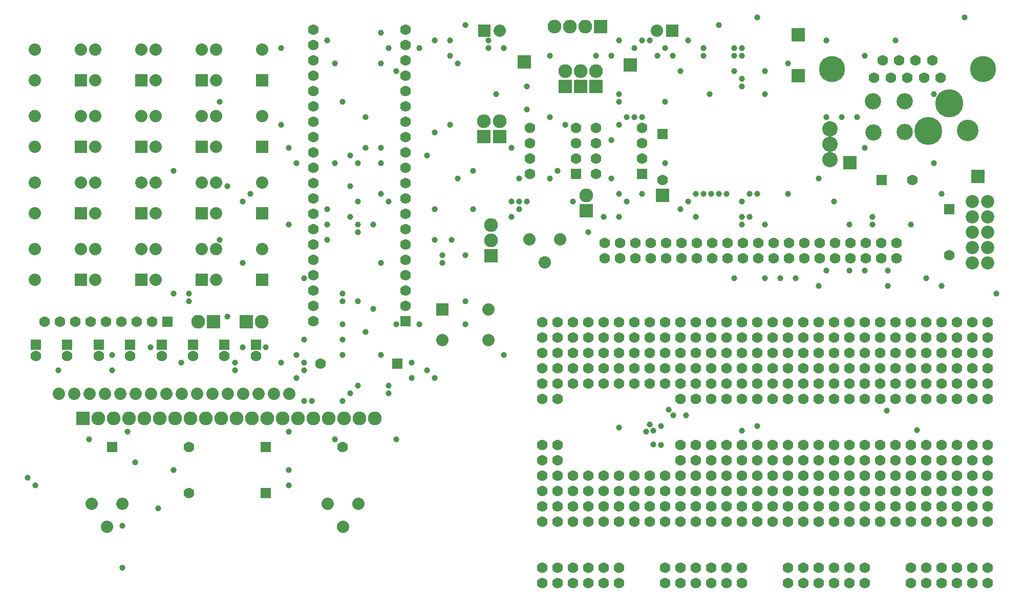
<source format=gbr>
G04 GERBER ASCII OUTPUT FROM: EDWIN 2000 (VER. 1.1 REV. 20011025)*
G04 GERBER FORMAT: RX-274-X*
G04 BOARD: SP_PROTON_SMD2*
G04 ARTWORK OF SOLD.MASK POSITIVE*
%ASAXBY*%
%FSLAX23Y23*%
%MIA0B0*%
%MOIN*%
%OFA0.0000B0.0000*%
%SFA1B1*%
%IJA0B0*%
%INLAYER30POS*%
%IOA0B0*%
%IPPOS*%
%IR0*%
G04 APERTURE MACROS*
%AMEDWDONUT*
1,1,$1,$2,$3*
1,0,$4,$2,$3*
%
%AMEDWFRECT*
2,1,$1,$2,$3,$4,$5,$6*
%
%AMEDWORECT*
2,1,$1,$2,$3,$4,$5,$10*
2,1,$1,$4,$5,$6,$7,$10*
2,1,$1,$6,$7,$8,$9,$10*
2,1,$1,$8,$9,$2,$3,$10*
1,1,$1,$2,$3*
1,1,$1,$4,$5*
1,1,$1,$6,$7*
1,1,$1,$8,$9*
%
%AMEDWLINER*
2,1,$1,$2,$3,$4,$5,$6*
1,1,$1,$2,$3*
1,1,$1,$4,$5*
%
%AMEDWFTRNG*
4,1,3,$1,$2,$3,$4,$5,$6,$7,$8,$9*
%
%AMEDWATRNG*
4,1,3,$1,$2,$3,$4,$5,$6,$7,$8,$9*
2,1,$11,$1,$2,$3,$4,$10*
2,1,$11,$3,$4,$5,$6,$10*
2,1,$11,$5,$6,$7,$8,$10*
1,1,$11,$3,$4*
1,1,$11,$5,$6*
1,1,$11,$7,$8*
%
%AMEDWOTRNG*
2,1,$1,$2,$3,$4,$5,$8*
2,1,$1,$4,$5,$6,$7,$8*
2,1,$1,$6,$7,$2,$3,$8*
1,1,$1,$2,$3*
1,1,$1,$4,$5*
1,1,$1,$6,$7*
%
G04*
G04 APERTURE LIST*
%ADD10R,0.0700X0.0700*%
%ADD11R,0.0940X0.0940*%
%ADD12R,0.0600X0.0600*%
%ADD13R,0.0840X0.0840*%
%ADD14R,0.0800X0.0800*%
%ADD15R,0.1040X0.1040*%
%ADD16R,0.0900X0.0900*%
%ADD17R,0.1140X0.1140*%
%ADD18R,0.0700X0.0650*%
%ADD19R,0.0940X0.0890*%
%ADD20R,0.0600X0.0550*%
%ADD21R,0.0840X0.0790*%
%ADD22R,0.0900X0.0350*%
%ADD23R,0.1140X0.0590*%
%ADD24R,0.0800X0.0250*%
%ADD25R,0.1040X0.0490*%
%ADD26R,0.0650X0.0700*%
%ADD27R,0.0890X0.0940*%
%ADD28R,0.0550X0.0600*%
%ADD29R,0.0790X0.0840*%
%ADD30R,0.0580X0.0500*%
%ADD31R,0.0820X0.0740*%
%ADD32R,0.0480X0.0400*%
%ADD33R,0.0720X0.0640*%
%ADD34R,0.0350X0.0900*%
%ADD35R,0.0590X0.1140*%
%ADD36R,0.0250X0.0800*%
%ADD37R,0.0490X0.1040*%
%ADD38C,0.0010*%
%ADD40C,0.0020*%
%ADD41R,0.0020X0.0020*%
%ADD42C,0.0030*%
%ADD43R,0.0030X0.0030*%
%ADD44C,0.0040*%
%ADD45R,0.0040X0.0040*%
%ADD46C,0.0050*%
%ADD47R,0.0050X0.0050*%
%ADD48C,0.0051*%
%ADD49R,0.0051X0.0051*%
%ADD50C,0.00787*%
%ADD51R,0.00787X0.00787*%
%ADD52C,0.00799*%
%ADD54C,0.0080*%
%ADD55R,0.0080X0.0080*%
%ADD56C,0.00984*%
%ADD57R,0.00984X0.00984*%
%ADD58C,0.0100*%
%ADD59R,0.0100X0.0100*%
%ADD60C,0.0120*%
%ADD62C,0.01299*%
%ADD64C,0.0130*%
%ADD66C,0.0150*%
%ADD68C,0.01598*%
%ADD70C,0.0160*%
%ADD72C,0.01969*%
%ADD73R,0.01969X0.01969*%
%ADD74C,0.0200*%
%ADD76C,0.0250*%
%ADD77R,0.0250X0.0250*%
%ADD78C,0.0280*%
%ADD79R,0.0280X0.0280*%
%ADD80C,0.0290*%
%ADD82C,0.0300*%
%ADD84C,0.03187*%
%ADD86C,0.03199*%
%ADD88C,0.0320*%
%ADD89R,0.0320X0.0320*%
%ADD90C,0.0340*%
%ADD91R,0.0340X0.0340*%
%ADD92C,0.0350*%
%ADD93R,0.0350X0.0350*%
%ADD94C,0.03543*%
%ADD95R,0.03543X0.03543*%
%ADD96C,0.0360*%
%ADD98C,0.03699*%
%ADD100C,0.0370*%
%ADD102C,0.03898*%
%ADD103R,0.03898X0.03898*%
%ADD104C,0.03937*%
%ADD105R,0.03937X0.03937*%
%ADD106C,0.03998*%
%ADD108C,0.0400*%
%ADD110C,0.04252*%
%ADD111R,0.04252X0.04252*%
%ADD112C,0.0440*%
%ADD114C,0.0490*%
%ADD115R,0.0490X0.0490*%
%ADD116C,0.0500*%
%ADD117R,0.0500X0.0500*%
%ADD118C,0.0502*%
%ADD119R,0.0502X0.0502*%
%ADD120C,0.0540*%
%ADD122C,0.0560*%
%ADD123R,0.0560X0.0560*%
%ADD124C,0.0590*%
%ADD125R,0.0590X0.0590*%
%ADD126C,0.05906*%
%ADD127R,0.05906X0.05906*%
%ADD128C,0.05943*%
%ADD129R,0.05943X0.05943*%
%ADD130C,0.0600*%
%ADD131R,0.0600X0.0600*%
%ADD132C,0.0620*%
%ADD133R,0.0620X0.0620*%
%ADD134C,0.06298*%
%ADD135R,0.06298X0.06298*%
%ADD136C,0.06378*%
%ADD137R,0.06378X0.06378*%
%ADD138C,0.06652*%
%ADD139R,0.06652X0.06652*%
%ADD140C,0.06906*%
%ADD141R,0.06906X0.06906*%
%ADD142C,0.0700*%
%ADD143R,0.0700X0.0700*%
%ADD144C,0.0720*%
%ADD145R,0.0720X0.0720*%
%ADD146C,0.0740*%
%ADD148C,0.0742*%
%ADD149R,0.0742X0.0742*%
%ADD150C,0.07559*%
%ADD151R,0.07559X0.07559*%
%ADD152C,0.0760*%
%ADD154C,0.07874*%
%ADD155R,0.07874X0.07874*%
%ADD156C,0.0800*%
%ADD157R,0.0800X0.0800*%
%ADD158C,0.0840*%
%ADD159R,0.0840X0.0840*%
%ADD160C,0.0860*%
%ADD161R,0.0860X0.0860*%
%ADD162C,0.08778*%
%ADD163R,0.08778X0.08778*%
%ADD164C,0.0880*%
%ADD166C,0.08903*%
%ADD167R,0.08903X0.08903*%
%ADD168C,0.08969*%
%ADD169R,0.08969X0.08969*%
%ADD170C,0.0900*%
%ADD171R,0.0900X0.0900*%
%ADD172C,0.09213*%
%ADD173R,0.09213X0.09213*%
%ADD174C,0.0940*%
%ADD175R,0.0940X0.0940*%
%ADD176C,0.09496*%
%ADD177R,0.09496X0.09496*%
%ADD178C,0.0960*%
%ADD179R,0.0960X0.0960*%
%ADD180C,0.09788*%
%ADD181R,0.09788X0.09788*%
%ADD182C,0.09959*%
%ADD183R,0.09959X0.09959*%
%ADD184C,0.1000*%
%ADD186C,0.1040*%
%ADD187R,0.1040X0.1040*%
%ADD188C,0.1060*%
%ADD190C,0.10866*%
%ADD191R,0.10866X0.10866*%
%ADD192C,0.1100*%
%ADD194C,0.1120*%
%ADD196C,0.11303*%
%ADD197R,0.11303X0.11303*%
%ADD198C,0.11369*%
%ADD199R,0.11369X0.11369*%
%ADD200C,0.1140*%
%ADD201R,0.1140X0.1140*%
%ADD202C,0.11613*%
%ADD203R,0.11613X0.11613*%
%ADD204C,0.11896*%
%ADD205R,0.11896X0.11896*%
%ADD206C,0.1200*%
%ADD208C,0.12188*%
%ADD209R,0.12188X0.12188*%
%ADD210C,0.1240*%
%ADD212C,0.12464*%
%ADD213R,0.12464X0.12464*%
%ADD214C,0.1300*%
%ADD216C,0.13266*%
%ADD217R,0.13266X0.13266*%
%ADD218C,0.13465*%
%ADD219R,0.13465X0.13465*%
%ADD220C,0.13553*%
%ADD221R,0.13553X0.13553*%
%ADD222C,0.1378*%
%ADD224C,0.1400*%
%ADD226C,0.1440*%
%ADD228C,0.14864*%
%ADD229R,0.14864X0.14864*%
%ADD230C,0.15059*%
%ADD231R,0.15059X0.15059*%
%ADD232C,0.1540*%
%ADD234C,0.15865*%
%ADD235R,0.15865X0.15865*%
%ADD236C,0.15953*%
%ADD237R,0.15953X0.15953*%
%ADD238C,0.1600*%
%ADD240C,0.16063*%
%ADD241R,0.16063X0.16063*%
%ADD242C,0.1640*%
%ADD244C,0.16535*%
%ADD245R,0.16535X0.16535*%
%ADD246C,0.16669*%
%ADD248C,0.16723*%
%ADD250C,0.1700*%
%ADD252C,0.17061*%
%ADD253R,0.17061X0.17061*%
%ADD254C,0.17459*%
%ADD255R,0.17459X0.17459*%
%ADD256C,0.17717*%
%ADD257R,0.17717X0.17717*%
%ADD258C,0.17953*%
%ADD259R,0.17953X0.17953*%
%ADD260C,0.18189*%
%ADD261R,0.18189X0.18189*%
%ADD262C,0.18244*%
%ADD263R,0.18244X0.18244*%
%ADD264C,0.18298*%
%ADD265R,0.18298X0.18298*%
%ADD266C,0.18463*%
%ADD267R,0.18463X0.18463*%
%ADD268C,0.18657*%
%ADD269R,0.18657X0.18657*%
%ADD270C,0.18878*%
%ADD271R,0.18878X0.18878*%
%ADD272C,0.18935*%
%ADD273R,0.18935X0.18935*%
%ADD274C,0.19069*%
%ADD275R,0.19069X0.19069*%
%ADD276C,0.19123*%
%ADD277R,0.19123X0.19123*%
%ADD278C,0.19134*%
%ADD279R,0.19134X0.19134*%
%ADD280C,0.19461*%
%ADD281R,0.19461X0.19461*%
%ADD282C,0.20353*%
%ADD283R,0.20353X0.20353*%
%ADD284C,0.20589*%
%ADD285R,0.20589X0.20589*%
%ADD286C,0.20644*%
%ADD287R,0.20644X0.20644*%
%ADD288C,0.20698*%
%ADD289R,0.20698X0.20698*%
%ADD290C,0.20709*%
%ADD291R,0.20709X0.20709*%
%ADD292C,0.20787*%
%ADD293R,0.20787X0.20787*%
%ADD294C,0.21057*%
%ADD295R,0.21057X0.21057*%
%ADD296C,0.21278*%
%ADD297R,0.21278X0.21278*%
%ADD298C,0.21534*%
%ADD299R,0.21534X0.21534*%
%ADD300C,0.23109*%
%ADD301R,0.23109X0.23109*%
%ADD303R,0.23187X0.23187*%
%ADD305R,0.24094X0.24094*%
%ADD307R,0.25984X0.25984*%
%ADD309R,0.26494X0.26494*%
%ADD311R,0.28384X0.28384*%
%ADD313R,0.3000X0.3000*%
%ADD315R,0.3060X0.3060*%
%ADD317R,0.31654X0.31654*%
%ADD319R,0.32181X0.32181*%
%ADD321R,0.3240X0.3240*%
%ADD323R,0.3300X0.3300*%
%ADD325R,0.34054X0.34054*%
%ADD327R,0.34423X0.34423*%
%ADD329R,0.34581X0.34581*%
%ADD331R,0.36823X0.36823*%
%ADD333R,0.3685X0.3685*%
%ADD335R,0.38248X0.38248*%
%ADD337R,0.39171X0.39171*%
%ADD339R,0.3925X0.3925*%
%ADD341R,0.40648X0.40648*%
%ADD343R,0.41571X0.41571*%
%ADD345R,0.48074X0.48074*%
%ADD347R,0.50474X0.50474*%
%ADD349R,0.53386X0.53386*%
%ADD351R,0.53858X0.53858*%
%ADD353R,0.55786X0.55786*%
%ADD355R,0.56258X0.56258*%
%ADD357R,0.59944X0.59944*%
%ADD359R,0.61724X0.61724*%
%ADD361R,0.62318X0.62318*%
%ADD363R,0.62344X0.62344*%
%ADD365R,0.64124X0.64124*%
%ADD367R,0.64718X0.64718*%
%ADD369R,0.65197X0.65197*%
%ADD371R,0.67597X0.67597*%
%ADD373R,0.68976X0.68976*%
%ADD375R,0.71376X0.71376*%
%ADD377R,0.73937X0.73937*%
%ADD379R,0.76337X0.76337*%
%ADD381R,0.83268X0.83268*%
%ADD383R,0.85287X0.85287*%
%ADD385R,0.85668X0.85668*%
%ADD387R,0.87687X0.87687*%
%ADD389R,0.94961X0.94961*%
%ADD391R,0.96378X0.96378*%
%ADD393R,0.97361X0.97361*%
%ADD395R,0.98778X0.98778*%
%ADD397R,1.03465X1.03465*%
%ADD399R,1.05865X1.05865*%
%ADD401R,1.29384X1.29384*%
%ADD403R,1.31784X1.31784*%
%ADD405R,1.89657X1.89657*%
%ADD407R,1.89744X1.89744*%
%ADD409R,1.92057X1.92057*%
%ADD411R,1.92144X1.92144*%
%ADD413R,2.13068X2.13068*%
%ADD415R,2.15468X2.15468*%
%ADD417R,2.83228X2.83228*%
%ADD419R,2.85628X2.85628*%
%ADD421R,3.07205X3.07205*%
%ADD423R,3.09605X3.09605*%
%ADD425R,3.12726X3.12726*%
%ADD427R,3.15126X3.15126*%
%ADD429R,3.8501X3.8501*%
%ADD431R,3.8741X3.8741*%
G04*
D156*
X354Y1339D02*D03*
X454Y1339D02*D03*
X554Y1339D02*D03*
X654Y1339D02*D03*
X754Y1339D02*D03*
X854Y1339D02*D03*
X954Y1339D02*D03*
X1054Y1339D02*D03*
X1154Y1339D02*D03*
X1254Y1339D02*D03*
X1354Y1339D02*D03*
X1454Y1339D02*D03*
X1554Y1339D02*D03*
X1654Y1339D02*D03*
X1754Y1339D02*D03*
X1854Y1339D02*D03*
D10* 
X2610Y1813D02*D03*
D142*
X2610Y1913D02*D03*
X2610Y2013D02*D03*
X2610Y2113D02*D03*
X2610Y2213D02*D03*
X2610Y2313D02*D03*
X2610Y2413D02*D03*
X2610Y2513D02*D03*
X2610Y2613D02*D03*
X2610Y2713D02*D03*
X2610Y2813D02*D03*
X2610Y2913D02*D03*
X2610Y3013D02*D03*
X2610Y3113D02*D03*
X2610Y3213D02*D03*
X2610Y3313D02*D03*
X2610Y3413D02*D03*
X2610Y3513D02*D03*
X2610Y3613D02*D03*
X2610Y3713D02*D03*
X2010Y3713D02*D03*
X2010Y3613D02*D03*
X2010Y3513D02*D03*
X2010Y3413D02*D03*
X2010Y3313D02*D03*
X2010Y3213D02*D03*
X2010Y3113D02*D03*
X2010Y3013D02*D03*
X2010Y2913D02*D03*
X2010Y2813D02*D03*
X2010Y2713D02*D03*
X2010Y2613D02*D03*
X2010Y2513D02*D03*
X2010Y2413D02*D03*
X2010Y2313D02*D03*
X2010Y2213D02*D03*
X2010Y2113D02*D03*
X2010Y2013D02*D03*
X2010Y1913D02*D03*
X2010Y1813D02*D03*
D14* 
X497Y3383D02*D03*
D156*
X497Y3583D02*D03*
X197Y3583D02*D03*
X197Y3383D02*D03*
D14* 
X891Y3383D02*D03*
D156*
X891Y3583D02*D03*
X591Y3583D02*D03*
X591Y3383D02*D03*
D14* 
X1284Y3383D02*D03*
D156*
X1284Y3583D02*D03*
X984Y3583D02*D03*
X984Y3383D02*D03*
D14* 
X1678Y3383D02*D03*
D156*
X1678Y3583D02*D03*
X1378Y3583D02*D03*
X1378Y3383D02*D03*
D14* 
X497Y2950D02*D03*
D156*
X497Y3150D02*D03*
X197Y3150D02*D03*
X197Y2950D02*D03*
D14* 
X891Y2950D02*D03*
D156*
X891Y3150D02*D03*
X591Y3150D02*D03*
X591Y2950D02*D03*
D14* 
X1284Y2950D02*D03*
D156*
X1284Y3150D02*D03*
X984Y3150D02*D03*
X984Y2950D02*D03*
D14* 
X1678Y2950D02*D03*
D156*
X1678Y3150D02*D03*
X1378Y3150D02*D03*
X1378Y2950D02*D03*
D14* 
X497Y2517D02*D03*
D156*
X497Y2717D02*D03*
X197Y2717D02*D03*
X197Y2517D02*D03*
D14* 
X891Y2517D02*D03*
D156*
X891Y2717D02*D03*
X591Y2717D02*D03*
X591Y2517D02*D03*
D14* 
X1284Y2517D02*D03*
D156*
X1284Y2717D02*D03*
X984Y2717D02*D03*
X984Y2517D02*D03*
D16* 
X3883Y3732D02*D03*
D170*
X3783Y3732D02*D03*
X3683Y3732D02*D03*
X3583Y3732D02*D03*
D142*
X3501Y505D02*D03*
X3501Y605D02*D03*
X3501Y705D02*D03*
X3501Y805D02*D03*
X3501Y905D02*D03*
X3501Y1005D02*D03*
X3601Y1005D02*D03*
X4401Y1005D02*D03*
X4501Y1005D02*D03*
X4601Y1005D02*D03*
X4701Y1005D02*D03*
X4801Y1005D02*D03*
X4901Y1005D02*D03*
X5001Y1005D02*D03*
X5101Y1005D02*D03*
X5201Y1005D02*D03*
X5301Y1005D02*D03*
X5401Y1005D02*D03*
X5501Y1005D02*D03*
X5601Y1005D02*D03*
X5701Y1005D02*D03*
X5801Y1005D02*D03*
X5901Y1005D02*D03*
X6001Y1005D02*D03*
X6101Y1005D02*D03*
X6201Y1005D02*D03*
X6301Y1005D02*D03*
X6401Y1005D02*D03*
X6401Y905D02*D03*
X6401Y805D02*D03*
X6401Y705D02*D03*
X6401Y605D02*D03*
X6401Y505D02*D03*
X6301Y505D02*D03*
X6301Y605D02*D03*
X6301Y705D02*D03*
X6301Y805D02*D03*
X6301Y905D02*D03*
X6201Y905D02*D03*
X6201Y805D02*D03*
X6201Y705D02*D03*
X6201Y605D02*D03*
X6201Y505D02*D03*
X6101Y505D02*D03*
X6101Y605D02*D03*
X6101Y705D02*D03*
X6101Y805D02*D03*
X6101Y905D02*D03*
X6001Y905D02*D03*
X6001Y805D02*D03*
X6001Y705D02*D03*
X6001Y605D02*D03*
X6001Y505D02*D03*
X5901Y505D02*D03*
X5901Y605D02*D03*
X5901Y705D02*D03*
X5901Y805D02*D03*
X5901Y905D02*D03*
X5801Y905D02*D03*
X5801Y805D02*D03*
X5801Y705D02*D03*
X5801Y605D02*D03*
X5801Y505D02*D03*
X5701Y505D02*D03*
X5701Y605D02*D03*
X5701Y705D02*D03*
X5701Y805D02*D03*
X5701Y905D02*D03*
X5601Y905D02*D03*
X5501Y905D02*D03*
X5401Y905D02*D03*
X5301Y905D02*D03*
X5201Y905D02*D03*
X5101Y905D02*D03*
X5101Y805D02*D03*
X5201Y805D02*D03*
X5301Y805D02*D03*
X5401Y805D02*D03*
X5501Y805D02*D03*
X5601Y805D02*D03*
X5601Y705D02*D03*
X5501Y705D02*D03*
X5401Y705D02*D03*
X5301Y705D02*D03*
X5201Y705D02*D03*
X5101Y705D02*D03*
X5101Y605D02*D03*
X5201Y605D02*D03*
X5301Y605D02*D03*
X5401Y605D02*D03*
X5501Y605D02*D03*
X5601Y605D02*D03*
X5601Y505D02*D03*
X5501Y505D02*D03*
X5401Y505D02*D03*
X5301Y505D02*D03*
X5201Y505D02*D03*
X5101Y505D02*D03*
X5001Y505D02*D03*
X5001Y605D02*D03*
X5001Y705D02*D03*
X5001Y805D02*D03*
X5001Y905D02*D03*
X4901Y905D02*D03*
X4901Y805D02*D03*
X4901Y705D02*D03*
X4901Y605D02*D03*
X4901Y505D02*D03*
X4801Y505D02*D03*
X4801Y605D02*D03*
X4801Y705D02*D03*
X4801Y805D02*D03*
X4801Y905D02*D03*
X4701Y905D02*D03*
X4701Y805D02*D03*
X4701Y705D02*D03*
X4701Y605D02*D03*
X4701Y505D02*D03*
X4601Y505D02*D03*
X4501Y505D02*D03*
X4501Y605D02*D03*
X4501Y705D02*D03*
X4601Y705D02*D03*
X4601Y605D02*D03*
X4501Y805D02*D03*
X4501Y905D02*D03*
X4601Y905D02*D03*
X4601Y805D02*D03*
X4401Y905D02*D03*
X4401Y805D02*D03*
X4401Y705D02*D03*
X4401Y605D02*D03*
X4401Y505D02*D03*
X4301Y505D02*D03*
X4301Y605D02*D03*
X4301Y705D02*D03*
X4301Y805D02*D03*
X4201Y805D02*D03*
X4201Y705D02*D03*
X4201Y605D02*D03*
X4201Y505D02*D03*
X4101Y505D02*D03*
X4101Y605D02*D03*
X4101Y705D02*D03*
X4101Y805D02*D03*
X4001Y805D02*D03*
X4001Y705D02*D03*
X4001Y605D02*D03*
X4001Y505D02*D03*
X3901Y805D02*D03*
X3901Y705D02*D03*
X3901Y605D02*D03*
X3901Y505D02*D03*
X3801Y505D02*D03*
X3801Y605D02*D03*
X3801Y705D02*D03*
X3801Y805D02*D03*
X3701Y805D02*D03*
X3701Y705D02*D03*
X3701Y605D02*D03*
X3701Y505D02*D03*
X3601Y905D02*D03*
X3601Y805D02*D03*
X3601Y705D02*D03*
X3601Y605D02*D03*
X3601Y505D02*D03*
X3501Y205D02*D03*
X3601Y205D02*D03*
X3701Y205D02*D03*
X3801Y205D02*D03*
X3901Y205D02*D03*
X4001Y205D02*D03*
X4301Y205D02*D03*
X4401Y205D02*D03*
X4501Y205D02*D03*
X4601Y205D02*D03*
X4701Y205D02*D03*
X4801Y205D02*D03*
X5101Y205D02*D03*
X5201Y205D02*D03*
X5301Y205D02*D03*
X5401Y205D02*D03*
X5501Y205D02*D03*
X5601Y205D02*D03*
X5901Y205D02*D03*
X6001Y205D02*D03*
X6101Y205D02*D03*
X6201Y205D02*D03*
X6301Y205D02*D03*
X6401Y205D02*D03*
X6401Y105D02*D03*
X6301Y105D02*D03*
X6201Y105D02*D03*
X6101Y105D02*D03*
X6001Y105D02*D03*
X5901Y105D02*D03*
X5501Y105D02*D03*
X5401Y105D02*D03*
X5301Y105D02*D03*
X5201Y105D02*D03*
X5101Y105D02*D03*
X5601Y105D02*D03*
X4801Y105D02*D03*
X4701Y105D02*D03*
X4601Y105D02*D03*
X4501Y105D02*D03*
X4401Y105D02*D03*
X4301Y105D02*D03*
X4001Y105D02*D03*
X3901Y105D02*D03*
X3801Y105D02*D03*
X3701Y105D02*D03*
X3601Y105D02*D03*
X3501Y105D02*D03*
X3501Y1305D02*D03*
X3601Y1305D02*D03*
X4401Y1305D02*D03*
X4501Y1305D02*D03*
X4601Y1305D02*D03*
X4701Y1305D02*D03*
X4801Y1305D02*D03*
X4901Y1305D02*D03*
X5001Y1305D02*D03*
X5101Y1305D02*D03*
X5201Y1305D02*D03*
X5301Y1305D02*D03*
X5401Y1305D02*D03*
X5501Y1305D02*D03*
X5601Y1305D02*D03*
X5701Y1305D02*D03*
X5801Y1305D02*D03*
X5901Y1305D02*D03*
X6001Y1305D02*D03*
X6101Y1305D02*D03*
X6201Y1305D02*D03*
X6301Y1305D02*D03*
X6401Y1305D02*D03*
X6401Y1405D02*D03*
X6401Y1505D02*D03*
X6401Y1605D02*D03*
X6401Y1705D02*D03*
X6401Y1805D02*D03*
X6301Y1805D02*D03*
X6201Y1805D02*D03*
X6201Y1705D02*D03*
X6301Y1705D02*D03*
X6301Y1605D02*D03*
X6201Y1605D02*D03*
X6201Y1505D02*D03*
X6301Y1505D02*D03*
X6301Y1405D02*D03*
X6201Y1405D02*D03*
X6101Y1405D02*D03*
X6101Y1505D02*D03*
X6101Y1605D02*D03*
X6101Y1705D02*D03*
X6101Y1805D02*D03*
X6001Y1805D02*D03*
X6001Y1705D02*D03*
X6001Y1605D02*D03*
X6001Y1505D02*D03*
X6001Y1405D02*D03*
X5901Y1405D02*D03*
X5901Y1505D02*D03*
X5901Y1605D02*D03*
X5901Y1705D02*D03*
X5901Y1805D02*D03*
X5801Y1805D02*D03*
X5801Y1705D02*D03*
X5801Y1605D02*D03*
X5801Y1505D02*D03*
X5801Y1405D02*D03*
X5701Y1405D02*D03*
X5701Y1505D02*D03*
X5701Y1605D02*D03*
X5701Y1705D02*D03*
X5701Y1805D02*D03*
X5601Y1805D02*D03*
X5601Y1705D02*D03*
X5601Y1605D02*D03*
X5601Y1505D02*D03*
X5601Y1405D02*D03*
X5501Y1405D02*D03*
X5501Y1505D02*D03*
X5501Y1605D02*D03*
X5501Y1705D02*D03*
X5501Y1805D02*D03*
X5401Y1805D02*D03*
X5401Y1705D02*D03*
X5401Y1605D02*D03*
X5401Y1505D02*D03*
X5401Y1405D02*D03*
X5301Y1405D02*D03*
X5301Y1505D02*D03*
X5301Y1605D02*D03*
X5301Y1705D02*D03*
X5301Y1805D02*D03*
X5201Y1805D02*D03*
X5201Y1705D02*D03*
X5201Y1605D02*D03*
X5201Y1505D02*D03*
X5201Y1405D02*D03*
X5101Y1405D02*D03*
X5101Y1505D02*D03*
X5101Y1605D02*D03*
X5101Y1705D02*D03*
X5101Y1805D02*D03*
X5001Y1805D02*D03*
X5001Y1705D02*D03*
X5001Y1605D02*D03*
X5001Y1505D02*D03*
X5001Y1405D02*D03*
X4901Y1405D02*D03*
X4901Y1505D02*D03*
X4901Y1605D02*D03*
X4901Y1705D02*D03*
X4901Y1805D02*D03*
X4801Y1705D02*D03*
X4801Y1605D02*D03*
X4801Y1505D02*D03*
X4801Y1405D02*D03*
X4701Y1405D02*D03*
X4701Y1505D02*D03*
X4701Y1605D02*D03*
X4701Y1705D02*D03*
X4701Y1805D02*D03*
X4601Y1805D02*D03*
X4601Y1705D02*D03*
X4601Y1605D02*D03*
X4601Y1505D02*D03*
X4601Y1405D02*D03*
X4801Y1805D02*D03*
X4501Y1805D02*D03*
X4501Y1705D02*D03*
X4501Y1605D02*D03*
X4501Y1505D02*D03*
X4501Y1405D02*D03*
X4401Y1405D02*D03*
X4401Y1505D02*D03*
X4401Y1605D02*D03*
X4401Y1705D02*D03*
X4401Y1805D02*D03*
X4301Y1805D02*D03*
X4301Y1705D02*D03*
X4301Y1605D02*D03*
X4301Y1505D02*D03*
X4301Y1405D02*D03*
X4201Y1405D02*D03*
X4201Y1505D02*D03*
X4201Y1605D02*D03*
X4201Y1705D02*D03*
X4201Y1805D02*D03*
X4101Y1405D02*D03*
X4001Y1405D02*D03*
X3901Y1405D02*D03*
X3801Y1405D02*D03*
X3701Y1405D02*D03*
X3701Y1505D02*D03*
X3801Y1505D02*D03*
X3901Y1505D02*D03*
X4001Y1505D02*D03*
X4101Y1505D02*D03*
X4101Y1605D02*D03*
X4001Y1605D02*D03*
X3901Y1605D02*D03*
X3801Y1605D02*D03*
X3701Y1605D02*D03*
X3701Y1705D02*D03*
X3801Y1705D02*D03*
X3901Y1705D02*D03*
X4001Y1705D02*D03*
X4101Y1705D02*D03*
X4101Y1805D02*D03*
X4001Y1805D02*D03*
X3901Y1805D02*D03*
X3801Y1805D02*D03*
X3701Y1805D02*D03*
X3601Y1405D02*D03*
X3601Y1505D02*D03*
X3601Y1605D02*D03*
X3601Y1705D02*D03*
X3601Y1805D02*D03*
X3501Y1805D02*D03*
X3501Y1705D02*D03*
X3501Y1605D02*D03*
X3501Y1505D02*D03*
X3501Y1405D02*D03*
D14* 
X1678Y2517D02*D03*
D156*
X1678Y2717D02*D03*
X1378Y2717D02*D03*
X1378Y2517D02*D03*
D14* 
X497Y2083D02*D03*
D156*
X497Y2283D02*D03*
X197Y2283D02*D03*
X197Y2083D02*D03*
D14* 
X891Y2083D02*D03*
D156*
X891Y2283D02*D03*
X591Y2283D02*D03*
X591Y2083D02*D03*
D14* 
X1284Y2083D02*D03*
D156*
X1284Y2283D02*D03*
X984Y2283D02*D03*
X984Y2083D02*D03*
D14* 
X1678Y2083D02*D03*
D156*
X1678Y2283D02*D03*
X1378Y2283D02*D03*
X1378Y2083D02*D03*
D160*
X6300Y2593D02*D03*
X6400Y2593D02*D03*
X6300Y2493D02*D03*
X6400Y2493D02*D03*
X6300Y2393D02*D03*
X6400Y2393D02*D03*
X6300Y2293D02*D03*
X6400Y2293D02*D03*
X6300Y2193D02*D03*
X6400Y2193D02*D03*
D10* 
X700Y993D02*D03*
D142*
X1200Y993D02*D03*
D10* 
X1638Y1659D02*D03*
D142*
X1638Y1585D02*D03*
D10* 
X1433Y1659D02*D03*
D142*
X1433Y1585D02*D03*
D10* 
X1228Y1659D02*D03*
D142*
X1228Y1585D02*D03*
D16* 
X1360Y1811D02*D03*
D170*
X1260Y1811D02*D03*
D10* 
X5711Y2734D02*D03*
D142*
X5911Y2734D02*D03*
D10* 
X1024Y1659D02*D03*
D142*
X1024Y1585D02*D03*
D10* 
X819Y1659D02*D03*
D142*
X819Y1585D02*D03*
D10* 
X614Y1659D02*D03*
D142*
X614Y1585D02*D03*
D10* 
X409Y1659D02*D03*
D142*
X409Y1585D02*D03*
D10* 
X205Y1659D02*D03*
D142*
X205Y1585D02*D03*
D10* 
X1063Y1811D02*D03*
D142*
X963Y1811D02*D03*
X863Y1811D02*D03*
X763Y1811D02*D03*
X663Y1811D02*D03*
X563Y1811D02*D03*
X463Y1811D02*D03*
X363Y1811D02*D03*
X263Y1811D02*D03*
D188*
X5655Y3248D02*D03*
X5657Y3042D02*D03*
X5860Y3046D02*D03*
X5860Y3246D02*D03*
D142*
X5663Y3401D02*D03*
X5771Y3401D02*D03*
X5879Y3401D02*D03*
X5987Y3401D02*D03*
X6095Y3401D02*D03*
X5717Y3513D02*D03*
X5825Y3513D02*D03*
X5933Y3513D02*D03*
X6041Y3513D02*D03*
D250*
X5387Y3457D02*D03*
X6371Y3457D02*D03*
D224*
X6016Y3055D02*D03*
X6154Y3232D02*D03*
X6272Y3055D02*D03*
D16* 
X3750Y3343D02*D03*
D170*
X3750Y3443D02*D03*
D10* 
X4151Y2773D02*D03*
D142*
X4151Y2873D02*D03*
X4151Y2973D02*D03*
X4151Y3073D02*D03*
X3851Y3073D02*D03*
X3851Y2973D02*D03*
X3851Y2873D02*D03*
X3851Y2773D02*D03*
D10* 
X3723Y2773D02*D03*
D142*
X3723Y2873D02*D03*
X3723Y2973D02*D03*
X3723Y3073D02*D03*
X3423Y3073D02*D03*
X3423Y2973D02*D03*
X3423Y2873D02*D03*
X3423Y2773D02*D03*
D184*
X5374Y2867D02*D03*
X5374Y2967D02*D03*
X5374Y3067D02*D03*
D10* 
X6150Y2543D02*D03*
D142*
X6150Y2243D02*D03*
D14* 
X2850Y1890D02*D03*
D156*
X2850Y1690D02*D03*
X3150Y1690D02*D03*
X3150Y1890D02*D03*
D10* 
X1700Y993D02*D03*
D142*
X2200Y993D02*D03*
D14* 
X4348Y3707D02*D03*
D156*
X4248Y3707D02*D03*
D14* 
X3124Y3707D02*D03*
D156*
X3224Y3707D02*D03*
D10* 
X1700Y693D02*D03*
D142*
X1200Y693D02*D03*
D16* 
X3650Y3343D02*D03*
D170*
X3650Y3443D02*D03*
D16* 
X3850Y3343D02*D03*
D170*
X3850Y3443D02*D03*
D156*
X569Y622D02*D03*
X669Y472D02*D03*
X769Y622D02*D03*
X2105Y622D02*D03*
X2205Y472D02*D03*
X2305Y622D02*D03*
D16* 
X1575Y1811D02*D03*
D170*
X1675Y1811D02*D03*
D10* 
X2559Y1535D02*D03*
D142*
X2059Y1535D02*D03*
D16* 
X3224Y3016D02*D03*
D170*
X3224Y3116D02*D03*
D16* 
X3122Y3016D02*D03*
D170*
X3122Y3116D02*D03*
D16* 
X3169Y2241D02*D03*
D170*
X3169Y2341D02*D03*
X3169Y2441D02*D03*
D16* 
X4075Y3484D02*D03*
X3386Y3504D02*D03*
X6339Y2756D02*D03*
X5169Y3681D02*D03*
X5169Y3412D02*D03*
D142*
X5809Y2322D02*D03*
X5709Y2322D02*D03*
X5609Y2322D02*D03*
X5509Y2322D02*D03*
X5409Y2322D02*D03*
X5309Y2322D02*D03*
X5209Y2322D02*D03*
X5109Y2322D02*D03*
X5009Y2322D02*D03*
X4909Y2322D02*D03*
X4809Y2322D02*D03*
X4709Y2322D02*D03*
X4609Y2322D02*D03*
X4509Y2322D02*D03*
X4409Y2322D02*D03*
X4309Y2322D02*D03*
X4209Y2322D02*D03*
X4109Y2322D02*D03*
X4009Y2322D02*D03*
X3909Y2322D02*D03*
X3909Y2222D02*D03*
X4009Y2222D02*D03*
X4109Y2222D02*D03*
X4209Y2222D02*D03*
X4309Y2222D02*D03*
X4409Y2222D02*D03*
X4509Y2222D02*D03*
X4609Y2222D02*D03*
X4709Y2222D02*D03*
X4809Y2222D02*D03*
X4909Y2222D02*D03*
X5009Y2222D02*D03*
X5109Y2222D02*D03*
X5209Y2222D02*D03*
X5309Y2222D02*D03*
X5409Y2222D02*D03*
X5509Y2222D02*D03*
X5609Y2222D02*D03*
X5709Y2222D02*D03*
X5809Y2222D02*D03*
D16* 
X512Y1181D02*D03*
D170*
X612Y1181D02*D03*
X712Y1181D02*D03*
X812Y1181D02*D03*
X912Y1181D02*D03*
X1012Y1181D02*D03*
X1112Y1181D02*D03*
X1212Y1181D02*D03*
X1312Y1181D02*D03*
X1412Y1181D02*D03*
X1512Y1181D02*D03*
X1612Y1181D02*D03*
X1712Y1181D02*D03*
X1812Y1181D02*D03*
X1912Y1181D02*D03*
X2012Y1181D02*D03*
X2112Y1181D02*D03*
X2212Y1181D02*D03*
X2312Y1181D02*D03*
X2412Y1181D02*D03*
D156*
X3419Y2347D02*D03*
X3519Y2197D02*D03*
X3619Y2347D02*D03*
D16* 
X3787Y2532D02*D03*
D170*
X3787Y2632D02*D03*
D16* 
X5505Y2845D02*D03*
D10* 
X4286Y3034D02*D03*
D142*
X4286Y2734D02*D03*
D16* 
X4286Y2632D02*D03*
D104*
X2450Y2643D02*D03*
X2400Y1893D02*D03*
X6050Y2843D02*D03*
X4250Y3543D02*D03*
X4000Y3293D02*D03*
X3400Y3343D02*D03*
X3200Y3293D02*D03*
X2200Y3243D02*D03*
X2200Y1993D02*D03*
X5450Y3143D02*D03*
X4300Y2843D02*D03*
X4500Y2493D02*D03*
X4500Y2643D02*D03*
X4150Y3643D02*D03*
X4800Y2593D02*D03*
X4000Y3643D02*D03*
X3850Y3543D02*D03*
X4800Y2493D02*D03*
X2800Y2343D02*D03*
X3550Y3143D02*D03*
X3700Y2593D02*D03*
X3400Y2593D02*D03*
X2250Y1343D02*D03*
X1100Y2793D02*D03*
X1100Y1993D02*D03*
X1200Y1993D02*D03*
X2250Y2693D02*D03*
X2450Y2943D02*D03*
X2450Y2843D02*D03*
X2750Y2893D02*D03*
X4750Y2093D02*D03*
X5600Y2943D02*D03*
X4300Y3243D02*D03*
X3550Y3543D02*D03*
X2913Y2343D02*D03*
X2300Y2843D02*D03*
X4950Y2443D02*D03*
X850Y893D02*D03*
X4650Y2643D02*D03*
X2900Y3543D02*D03*
X3600Y2793D02*D03*
X3050Y2793D02*D03*
X5400Y2593D02*D03*
X5900Y2443D02*D03*
X550Y1043D02*D03*
X5300Y2043D02*D03*
X4800Y2443D02*D03*
X4900Y3793D02*D03*
X800Y1093D02*D03*
X2500Y2593D02*D03*
X2300Y2593D02*D03*
X1450Y2693D02*D03*
X1400Y2343D02*D03*
X1550Y2193D02*D03*
X2450Y2193D02*D03*
X2450Y1593D02*D03*
X3250Y1593D02*D03*
X5550Y3143D02*D03*
X4150Y3143D02*D03*
X3150Y3643D02*D03*
X2900Y3643D02*D03*
X1600Y2643D02*D03*
X2300Y2393D02*D03*
X2300Y1943D02*D03*
X5750Y2043D02*D03*
X5750Y2143D02*D03*
X5600Y2143D02*D03*
X5500Y2143D02*D03*
X5350Y2143D02*D03*
X6459Y1993D02*D03*
X2700Y1793D02*D03*
X2800Y1443D02*D03*
X2200Y1793D02*D03*
X2550Y1793D02*D03*
X2650Y1543D02*D03*
X6100Y2043D02*D03*
X2200Y1943D02*D03*
X1400Y3243D02*D03*
X5650Y2443D02*D03*
X5500Y2443D02*D03*
X5050Y2093D02*D03*
X5150Y2093D02*D03*
X3000Y1943D02*D03*
X3000Y1793D02*D03*
X2200Y1593D02*D03*
X2200Y1293D02*D03*
X2000Y1293D02*D03*
X2100Y2343D02*D03*
X2250Y2493D02*D03*
X2650Y1443D02*D03*
X1850Y843D02*D03*
X1850Y1093D02*D03*
X2550Y3443D02*D03*
X6050Y3293D02*D03*
X6100Y2643D02*D03*
X5100Y2643D02*D03*
X2750Y1493D02*D03*
X150Y793D02*D03*
X350Y1493D02*D03*
X700Y1493D02*D03*
X3350Y2593D02*D03*
X2500Y3593D02*D03*
X2800Y3643D02*D03*
X4450Y3643D02*D03*
X4900Y2643D02*D03*
X3000Y2243D02*D03*
X2850Y2243D02*D03*
X4050Y3143D02*D03*
X4000Y3243D02*D03*
X2950Y2743D02*D03*
X4400Y2543D02*D03*
X4050Y2593D02*D03*
X1100Y843D02*D03*
X1000Y593D02*D03*
X4100Y3143D02*D03*
X2700Y3593D02*D03*
X3150Y3593D02*D03*
X3250Y3593D02*D03*
X3950Y3543D02*D03*
X3650Y3093D02*D03*
X4000Y2643D02*D03*
X4150Y2643D02*D03*
X2300Y2443D02*D03*
X2100Y2443D02*D03*
X1950Y1543D02*D03*
X3300Y2493D02*D03*
X2350Y1743D02*D03*
X2400Y2443D02*D03*
X3800Y2393D02*D03*
X2450Y3493D02*D03*
X2450Y3693D02*D03*
X1500Y1543D02*D03*
X2250Y2893D02*D03*
X3350Y2743D02*D03*
X1950Y1493D02*D03*
X1800Y1543D02*D03*
X1800Y3093D02*D03*
X1950Y1293D02*D03*
X2800Y3043D02*D03*
X2800Y2543D02*D03*
X3050Y2543D02*D03*
X1800Y3593D02*D03*
X3900Y2493D02*D03*
X2950Y3493D02*D03*
X3400Y3193D02*D03*
X3000Y3743D02*D03*
X3950Y2993D02*D03*
X4800Y3393D02*D03*
X4400Y3443D02*D03*
X4200Y3643D02*D03*
X4350Y3543D02*D03*
X5100Y3493D02*D03*
X5350Y3143D02*D03*
X4300Y3593D02*D03*
X4100Y3593D02*D03*
X2100Y3643D02*D03*
X4450Y2593D02*D03*
X700Y1593D02*D03*
X4550Y2643D02*D03*
X1900Y1443D02*D03*
X1850Y2443D02*D03*
X1850Y2943D02*D03*
X1850Y743D02*D03*
X200Y743D02*D03*
X2500Y1343D02*D03*
X1900Y1593D02*D03*
X1900Y2843D02*D03*
X2350Y2943D02*D03*
X2350Y3143D02*D03*
X3300Y2943D02*D03*
X4000Y3093D02*D03*
X4600Y2643D02*D03*
X1950Y1693D02*D03*
X2500Y1393D02*D03*
X2150Y1043D02*D03*
X1150Y1543D02*D03*
X2550Y1043D02*D03*
X1950Y2093D02*D03*
X1500Y1493D02*D03*
X2150Y2843D02*D03*
X4650Y3743D02*D03*
X6250Y3793D02*D03*
X5650Y2493D02*D03*
X4850Y2493D02*D03*
X2850Y2193D02*D03*
X4950Y2093D02*D03*
X1550Y2593D02*D03*
X2200Y1693D02*D03*
X6000Y2093D02*D03*
X4800Y3593D02*D03*
X4950Y3443D02*D03*
X2100Y2543D02*D03*
X3300Y2593D02*D03*
X3550Y2743D02*D03*
X3950Y2743D02*D03*
X4000Y2493D02*D03*
X1450Y1843D02*D03*
X950Y1643D02*D03*
X1200Y1943D02*D03*
X1550Y1643D02*D03*
X2300Y1393D02*D03*
X2150Y3493D02*D03*
X3350Y2543D02*D03*
X1700Y1643D02*D03*
X2900Y3093D02*D03*
X4550Y3543D02*D03*
X4750Y3543D02*D03*
X4550Y3593D02*D03*
X4750Y3593D02*D03*
X4750Y3443D02*D03*
X5600Y3543D02*D03*
X4800Y3343D02*D03*
X5350Y3643D02*D03*
X5800Y3643D02*D03*
X4800Y3543D02*D03*
X4700Y2643D02*D03*
X4850Y2643D02*D03*
X5300Y2743D02*D03*
X4590Y3293D02*D03*
X4950Y3293D02*D03*
X4002Y1120D02*D03*
X4201Y1139D02*D03*
X4179Y1092D02*D03*
X5942Y1102D02*D03*
X769Y480D02*D03*
X769Y205D02*D03*
X5746Y1229D02*D03*
X4226Y1009D02*D03*
X4226Y1100D02*D03*
X4801Y1100D02*D03*
X4274Y1008D02*D03*
X4274Y1130D02*D03*
X4901Y1130D02*D03*
X4356Y1201D02*D03*
X4438Y1201D02*D03*
X4325Y1235D02*D03*
D264*
X6153Y3232D02*D03*
D262*
X6015Y3053D02*D03*
M02*

</source>
